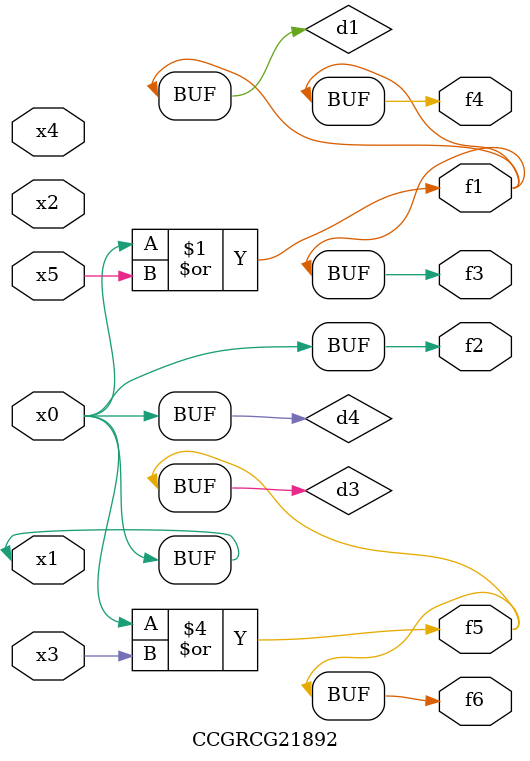
<source format=v>
module CCGRCG21892(
	input x0, x1, x2, x3, x4, x5,
	output f1, f2, f3, f4, f5, f6
);

	wire d1, d2, d3, d4;

	or (d1, x0, x5);
	xnor (d2, x1, x4);
	or (d3, x0, x3);
	buf (d4, x0, x1);
	assign f1 = d1;
	assign f2 = d4;
	assign f3 = d1;
	assign f4 = d1;
	assign f5 = d3;
	assign f6 = d3;
endmodule

</source>
